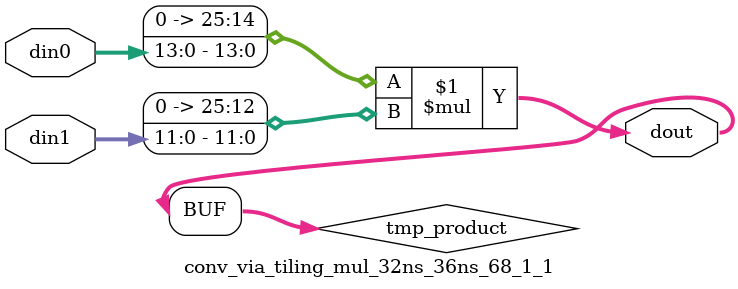
<source format=v>

`timescale 1 ns / 1 ps

 module conv_via_tiling_mul_32ns_36ns_68_1_1(din0, din1, dout);
parameter ID = 1;
parameter NUM_STAGE = 0;
parameter din0_WIDTH = 14;
parameter din1_WIDTH = 12;
parameter dout_WIDTH = 26;

input [din0_WIDTH - 1 : 0] din0; 
input [din1_WIDTH - 1 : 0] din1; 
output [dout_WIDTH - 1 : 0] dout;

wire signed [dout_WIDTH - 1 : 0] tmp_product;
























assign tmp_product = $signed({1'b0, din0}) * $signed({1'b0, din1});











assign dout = tmp_product;





















endmodule

</source>
